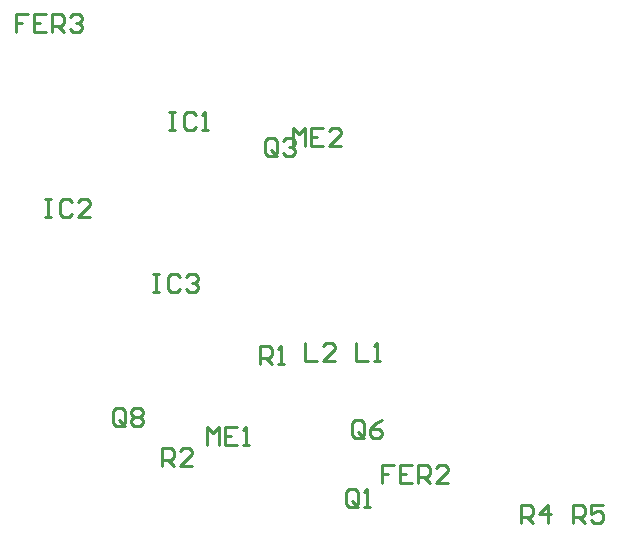
<source format=gto>
G04 Layer_Color=65535*
%FSLAX43Y43*%
%MOMM*%
G71*
G01*
G75*
%ADD10C,0.254*%
D10*
X71107Y68466D02*
Y69989D01*
X71615Y69481D01*
X72123Y69989D01*
Y68466D01*
X73646Y69989D02*
X72631D01*
Y68466D01*
X73646D01*
X72631Y69227D02*
X73139D01*
X74154Y68466D02*
X74662D01*
X74408D01*
Y69989D01*
X74154Y69735D01*
X78346Y93739D02*
Y95262D01*
X78854Y94754D01*
X79362Y95262D01*
Y93739D01*
X80885Y95262D02*
X79870D01*
Y93739D01*
X80885D01*
X79870Y94500D02*
X80378D01*
X82409Y93739D02*
X81393D01*
X82409Y94754D01*
Y95008D01*
X82155Y95262D01*
X81647D01*
X81393Y95008D01*
X57353Y89281D02*
X57861D01*
X57607D01*
Y87757D01*
X57353D01*
X57861D01*
X59638Y89027D02*
X59385Y89281D01*
X58877D01*
X58623Y89027D01*
Y88011D01*
X58877Y87757D01*
X59385D01*
X59638Y88011D01*
X61162Y87757D02*
X60146D01*
X61162Y88773D01*
Y89027D01*
X60908Y89281D01*
X60400D01*
X60146Y89027D01*
X83845Y63449D02*
Y64465D01*
X83591Y64719D01*
X83083D01*
X82829Y64465D01*
Y63449D01*
X83083Y63195D01*
X83591D01*
X83337Y63703D02*
X83845Y63195D01*
X83591D02*
X83845Y63449D01*
X84353Y63195D02*
X84861D01*
X84607D01*
Y64719D01*
X84353Y64465D01*
X86931Y66713D02*
X85915D01*
Y65951D01*
X86423D01*
X85915D01*
Y65189D01*
X88455Y66713D02*
X87439D01*
Y65189D01*
X88455D01*
X87439Y65951D02*
X87947D01*
X88963Y65189D02*
Y66713D01*
X89724D01*
X89978Y66459D01*
Y65951D01*
X89724Y65697D01*
X88963D01*
X89470D02*
X89978Y65189D01*
X91502D02*
X90486D01*
X91502Y66205D01*
Y66459D01*
X91248Y66713D01*
X90740D01*
X90486Y66459D01*
X55943Y104940D02*
X54928D01*
Y104178D01*
X55435D01*
X54928D01*
Y103416D01*
X57467Y104940D02*
X56451D01*
Y103416D01*
X57467D01*
X56451Y104178D02*
X56959D01*
X57975Y103416D02*
Y104940D01*
X58736D01*
X58990Y104686D01*
Y104178D01*
X58736Y103924D01*
X57975D01*
X58482D02*
X58990Y103416D01*
X59498Y104686D02*
X59752Y104940D01*
X60260D01*
X60514Y104686D01*
Y104432D01*
X60260Y104178D01*
X60006D01*
X60260D01*
X60514Y103924D01*
Y103670D01*
X60260Y103416D01*
X59752D01*
X59498Y103670D01*
X67882Y96634D02*
X68389D01*
X68135D01*
Y95110D01*
X67882D01*
X68389D01*
X70167Y96380D02*
X69913Y96634D01*
X69405D01*
X69151Y96380D01*
Y95364D01*
X69405Y95110D01*
X69913D01*
X70167Y95364D01*
X70675Y95110D02*
X71182D01*
X70929D01*
Y96634D01*
X70675Y96380D01*
X66484Y82918D02*
X66992D01*
X66738D01*
Y81394D01*
X66484D01*
X66992D01*
X68770Y82664D02*
X68516Y82918D01*
X68008D01*
X67754Y82664D01*
Y81648D01*
X68008Y81394D01*
X68516D01*
X68770Y81648D01*
X69278Y82664D02*
X69532Y82918D01*
X70039D01*
X70293Y82664D01*
Y82410D01*
X70039Y82156D01*
X69785D01*
X70039D01*
X70293Y81902D01*
Y81648D01*
X70039Y81394D01*
X69532D01*
X69278Y81648D01*
X76974Y93154D02*
Y94170D01*
X76720Y94424D01*
X76213D01*
X75959Y94170D01*
Y93154D01*
X76213Y92900D01*
X76720D01*
X76467Y93408D02*
X76974Y92900D01*
X76720D02*
X76974Y93154D01*
X77482Y94170D02*
X77736Y94424D01*
X78244D01*
X78498Y94170D01*
Y93916D01*
X78244Y93662D01*
X77990D01*
X78244D01*
X78498Y93408D01*
Y93154D01*
X78244Y92900D01*
X77736D01*
X77482Y93154D01*
X84340Y69278D02*
Y70294D01*
X84086Y70548D01*
X83579D01*
X83325Y70294D01*
Y69278D01*
X83579Y69024D01*
X84086D01*
X83833Y69532D02*
X84340Y69024D01*
X84086D02*
X84340Y69278D01*
X85864Y70548D02*
X85356Y70294D01*
X84848Y69786D01*
Y69278D01*
X85102Y69024D01*
X85610D01*
X85864Y69278D01*
Y69532D01*
X85610Y69786D01*
X84848D01*
X64147Y70294D02*
Y71310D01*
X63893Y71564D01*
X63386D01*
X63132Y71310D01*
Y70294D01*
X63386Y70040D01*
X63893D01*
X63640Y70548D02*
X64147Y70040D01*
X63893D02*
X64147Y70294D01*
X64655Y71310D02*
X64909Y71564D01*
X65417D01*
X65671Y71310D01*
Y71056D01*
X65417Y70802D01*
X65671Y70548D01*
Y70294D01*
X65417Y70040D01*
X64909D01*
X64655Y70294D01*
Y70548D01*
X64909Y70802D01*
X64655Y71056D01*
Y71310D01*
X64909Y70802D02*
X65417D01*
X83680Y77050D02*
Y75527D01*
X84696D01*
X85204D02*
X85712D01*
X85458D01*
Y77050D01*
X85204Y76796D01*
X79362Y77050D02*
Y75527D01*
X80378D01*
X81901D02*
X80886D01*
X81901Y76543D01*
Y76796D01*
X81648Y77050D01*
X81140D01*
X80886Y76796D01*
X75603Y75324D02*
Y76847D01*
X76365D01*
X76619Y76593D01*
Y76085D01*
X76365Y75832D01*
X75603D01*
X76111D02*
X76619Y75324D01*
X77127D02*
X77634D01*
X77381D01*
Y76847D01*
X77127Y76593D01*
X67297Y66688D02*
Y68211D01*
X68059D01*
X68313Y67957D01*
Y67449D01*
X68059Y67196D01*
X67297D01*
X67805D02*
X68313Y66688D01*
X69836D02*
X68821D01*
X69836Y67703D01*
Y67957D01*
X69583Y68211D01*
X69075D01*
X68821Y67957D01*
X97650Y61862D02*
Y63385D01*
X98412D01*
X98666Y63131D01*
Y62623D01*
X98412Y62370D01*
X97650D01*
X98158D02*
X98666Y61862D01*
X99936D02*
Y63385D01*
X99174Y62623D01*
X100189D01*
X102095Y61862D02*
Y63385D01*
X102857D01*
X103111Y63131D01*
Y62623D01*
X102857Y62370D01*
X102095D01*
X102603D02*
X103111Y61862D01*
X104634Y63385D02*
X103619D01*
Y62623D01*
X104127Y62877D01*
X104381D01*
X104634Y62623D01*
Y62116D01*
X104381Y61862D01*
X103873D01*
X103619Y62116D01*
M02*

</source>
